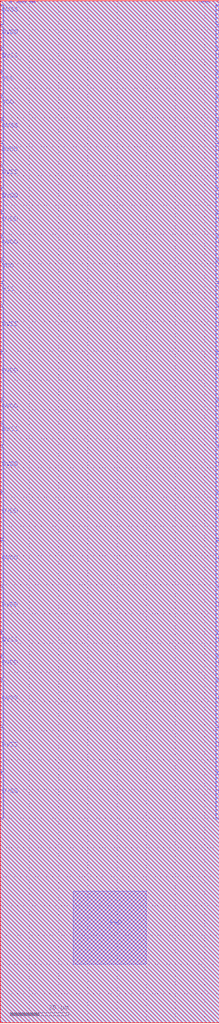
<source format=lef>
# Copyright 2022 GlobalFoundries PDK Authors
#
# Licensed under the Apache License, Version 2.0 (the "License");
# you may not use this file except in compliance with the License.
# You may obtain a copy of the License at
#
#     http://www.apache.org/licenses/LICENSE-2.0
#
# Unless required by applicable law or agreed to in writing, software
# distributed under the License is distributed on an "AS IS" BASIS,
# WITHOUT WARRANTIES OR CONDITIONS OF ANY KIND, either express or implied.
# See the License for the specific language governing permissions and
# limitations under the License.

MACRO gf180mcu_ef_io__bi_t
  CLASS PAD INOUT ;
  ORIGIN 0 0 ;
  FOREIGN gf180mcu_ef_io__bi_t 0 0 ;
  SIZE 75 BY 350 ;
  SYMMETRY X Y R90 ;
  SITE GF_IO_Site ;
    PIN PAD
        DIRECTION INOUT ;
        USE SIGNAL ;
        PORT
        LAYER Metal3  ;
        RECT 25.000 20.000 50.000 45.000 ;
        END
    END PAD
  PIN A
    DIRECTION INPUT ;
    USE SIGNAL ;
    ANTENNADIFFAREA 1 LAYER Metal2 ;
      ANTENNAGATEAREA 4.2 LAYER Metal2 ;
    PORT
        CLASS CORE ;
      LAYER Metal2 ;
        RECT 69.4 349.62 69.78 350 ;
    END
  END A
  PIN ANA
    DIRECTION INOUT ;
    USE SIGNAL ;
    PORT
        CLASS CORE ;
      LAYER Metal2 ;
        RECT 8.480 349.62 8.860 350 ;
    END
  END ANA
  PIN CS
    DIRECTION INPUT ;
    USE SIGNAL ;
    ANTENNADIFFAREA 1 LAYER Metal2 ;
      ANTENNAGATEAREA 3.15 LAYER Metal2 ;
    PORT
        CLASS CORE ;
      LAYER Metal2 ;
        RECT 3.36 349.62 3.74 350 ;
    END
  END CS
  PIN IE
    DIRECTION INPUT ;
    USE SIGNAL ;
    ANTENNADIFFAREA 1 LAYER Metal2 ;
      ANTENNAGATEAREA 3.15 LAYER Metal2 ;
    PORT
        CLASS CORE ;
      LAYER Metal2 ;
        RECT 11.385 349.62 11.765 350 ;
    END
  END IE
  PIN OE
    DIRECTION INPUT ;
    USE SIGNAL ;
    ANTENNADIFFAREA 7.776 LAYER Metal2 ;
      ANTENNAGATEAREA 16.8 LAYER Metal2 ;
    PORT
        CLASS CORE ;
      LAYER Metal2 ;
        RECT 70.13 349.62 70.51 350 ;
    END
  END OE
  PIN PD
    DIRECTION INPUT ;
    USE SIGNAL ;
    ANTENNADIFFAREA 1 LAYER Metal2 ;
      ANTENNAGATEAREA 10.5 LAYER Metal2 ;
    PORT
        CLASS CORE ;
      LAYER Metal2 ;
        RECT 10.33 349.62 10.71 350 ;
    END
  END PD
  PIN PDRV0
    DIRECTION INPUT ;
    USE SIGNAL ;
    ANTENNADIFFAREA 2.592 LAYER Metal2 ;
      ANTENNAGATEAREA 4.2 LAYER Metal2 ;
    PORT
        CLASS CORE ;
      LAYER Metal2 ;
        RECT 7.11 349.62 7.49 350 ;
    END
  END PDRV0
  PIN PDRV1
    DIRECTION INPUT ;
    USE SIGNAL ;
    ANTENNADIFFAREA 2.592 LAYER Metal2 ;
      ANTENNAGATEAREA 4.2 LAYER Metal2 ;
    PORT
        CLASS CORE ;
      LAYER Metal2 ;
        RECT 7.82 349.62 8.2 350 ;
    END
  END PDRV1
  PIN PU
    DIRECTION INPUT ;
    USE SIGNAL ;
    ANTENNADIFFAREA 2.98 LAYER Metal2 ;
      ANTENNAGATEAREA 7.35 LAYER Metal2 ;
    PORT
        CLASS CORE ;
      LAYER Metal2 ;
        RECT 5.965 349.62 6.345 350 ;
    END
  END PU
  PIN SL
    DIRECTION INPUT ;
    USE SIGNAL ;
    ANTENNADIFFAREA 1 LAYER Metal2 ;
      ANTENNAGATEAREA 3.15 LAYER Metal2 ;
    PORT
        CLASS CORE ;
      LAYER Metal2 ;
        RECT 68.67 349.62 69.05 350 ;
    END
  END SL
  PIN Y
    DIRECTION OUTPUT ;
    USE SIGNAL ;
    ANTENNADIFFAREA 7.8 LAYER Metal2 ;
    PORT
        CLASS CORE ;
      LAYER Metal2 ;
        RECT 70.86 349.62 71.24 350 ;
    END
  END Y
  PIN DVDD
    DIRECTION INOUT ;
    USE POWER ;
    PORT
      LAYER Metal3 ;
        RECT 74 118 75 125 ;
    END
    PORT
      LAYER Metal3 ;
        RECT 74 182 75 197 ;
    END
    PORT
      LAYER Metal3 ;
        RECT 74 166 75 181 ;
    END
    PORT
      LAYER Metal3 ;
        RECT 74 150 75 165 ;
    END
    PORT
      LAYER Metal3 ;
        RECT 74 134 75 149 ;
    END
    PORT
      LAYER Metal3 ;
        RECT 74 214 75 229 ;
    END
    PORT
      LAYER Metal3 ;
        RECT 74 206 75 213 ;
    END
    PORT
      LAYER Metal3 ;
        RECT 74 278 75 285 ;
    END
    PORT
      LAYER Metal3 ;
        RECT 74 270 75 277 ;
    END
    PORT
      LAYER Metal3 ;
        RECT 74 262 75 269 ;
    END
    PORT
      LAYER Metal3 ;
        RECT 74 294 75 301 ;
    END
    PORT
      LAYER Metal3 ;
        RECT 74 334 75 341 ;
    END
    PORT
      LAYER Metal3 ;
        RECT 0 334 1 341 ;
    END
    PORT
      LAYER Metal3 ;
        RECT 0 294 1 301 ;
    END
    PORT
      LAYER Metal3 ;
        RECT 0 262 1 269 ;
    END
    PORT
      LAYER Metal3 ;
        RECT 0 270 1 277 ;
    END
    PORT
      LAYER Metal3 ;
        RECT 0 278 1 285 ;
    END
    PORT
      LAYER Metal3 ;
        RECT 0 206 1 213 ;
    END
    PORT
      LAYER Metal3 ;
        RECT 0 214 1 229 ;
    END
    PORT
      LAYER Metal3 ;
        RECT 0 134 1 149 ;
    END
    PORT
      LAYER Metal3 ;
        RECT 0 150 1 165 ;
    END
    PORT
      LAYER Metal3 ;
        RECT 0 166 1 181 ;
    END
    PORT
      LAYER Metal3 ;
        RECT 0 182 1 197 ;
    END
    PORT
      LAYER Metal3 ;
        RECT 0 118 1 125 ;
    END
  END DVDD
  PIN DVSS
    DIRECTION INOUT ;
    USE GROUND ;
    PORT
      LAYER Metal3 ;
        RECT 74 102 75 117 ;
    END
    PORT
      LAYER Metal3 ;
        RECT 74 86 75 101 ;
    END
    PORT
      LAYER Metal3 ;
        RECT 74 70 75 85 ;
    END
    PORT
      LAYER Metal3 ;
        RECT 74 126 75 133 ;
    END
    PORT
      LAYER Metal3 ;
        RECT 74 198 75 205 ;
    END
    PORT
      LAYER Metal3 ;
        RECT 74 230 75 245 ;
    END
    PORT
      LAYER Metal3 ;
        RECT 74 286 75 293 ;
    END
    PORT
      LAYER Metal3 ;
        RECT 74 302 75 309 ;
    END
    PORT
      LAYER Metal3 ;
        RECT 74 326 75 333 ;
    END
    PORT
      LAYER Metal3 ;
        RECT 74 342 75 348.39 ;
    END
    PORT
      LAYER Metal3 ;
        RECT 0 342 1 348.39 ;
    END
    PORT
      LAYER Metal3 ;
        RECT 0 326 1 333 ;
    END
    PORT
      LAYER Metal3 ;
        RECT 0 302 1 309 ;
    END
    PORT
      LAYER Metal3 ;
        RECT 0 286 1 293 ;
    END
    PORT
      LAYER Metal3 ;
        RECT 0 230 1 245 ;
    END
    PORT
      LAYER Metal3 ;
        RECT 0 198 1 205 ;
    END
    PORT
      LAYER Metal3 ;
        RECT 0 126 1 133 ;
    END
    PORT
      LAYER Metal3 ;
        RECT 0 70 1 85 ;
    END
    PORT
      LAYER Metal3 ;
        RECT 0 86 1 101 ;
    END
    PORT
      LAYER Metal3 ;
        RECT 0 102 1 117 ;
    END
  END DVSS
  PIN VDD
    DIRECTION INOUT ;
    USE POWER ;
    PORT
      LAYER Metal3 ;
        RECT 74 254 75 261 ;
    END
    PORT
      LAYER Metal3 ;
        RECT 74 310 75 317 ;
    END
    PORT
      LAYER Metal3 ;
        RECT 0 310 1 317 ;
    END
    PORT
      LAYER Metal3 ;
        RECT 0 254 1 261 ;
    END
  END VDD
  PIN VSS
    DIRECTION INOUT ;
    USE GROUND ;
    PORT
      LAYER Metal3 ;
        RECT 74 246 75 253 ;
    END
    PORT
      LAYER Metal3 ;
        RECT 74 318 75 325 ;
    END
    PORT
      LAYER Metal3 ;
        RECT 0 318 1 325 ;
    END
    PORT
      LAYER Metal3 ;
        RECT 0 246 1 253 ;
    END
  END VSS
  OBS
    LAYER Metal1 ;
      RECT 0 0 75 350 ;
    LAYER Metal2 ;
      POLYGON 75 350 71.52 350 71.52 349.34 68.39 349.34 68.39 350 12.045 350 12.045 349.34 11.105 349.34 11.105 350 10.99 350 10.99 349.34 10.05 349.34 10.05 350 8.48 350 8.48 349.34 6.83 349.34 6.83 350 6.625 350 6.625 349.34 5.685 349.34 5.685 350 4.02 350 4.02 349.34 3.08 349.34 3.08 350 0 350 0 0 75 0 ;
    LAYER Metal3 ;
      POLYGON 75 69.72 73.72 69.72 73.72 85.28 75 85.28 75 85.72 73.72 85.72 73.72 101.28 75 101.28 75 101.72 73.72 101.72 73.72 117.28 75 117.28 75 117.72 73.72 117.72 73.72 125.28 75 125.28 75 125.72 73.72 125.72 73.72 133.28 75 133.28 75 133.72 73.72 133.72 73.72 149.28 75 149.28 75 149.72 73.72 149.72 73.72 165.28 75 165.28 75 165.72 73.72 165.72 73.72 181.28 75 181.28 75 181.72 73.72 181.72 73.72 197.28 75 197.28 75 197.72 73.72 197.72 73.72 205.28 75 205.28 75 205.72 73.72 205.72 73.72 213.28 75 213.28 75 213.72 73.72 213.72 73.72 229.28 75 229.28 75 229.72 73.72 229.72 73.72 245.28 75 245.28 75 245.72 73.72 245.72 73.72 253.28 75 253.28 75 253.72 73.72 253.72 73.72 261.28 75 261.28 75 261.72 73.72 261.72 73.72 269.28 75 269.28 75 269.72 73.72 269.72 73.72 277.28 75 277.28 75 277.72 73.72 277.72 73.72 285.28 75 285.28 75 285.72 73.72 285.72 73.72 293.28 75 293.28 75 293.72 73.72 293.72 73.72 301.28 75 301.28 75 301.72 73.72 301.72 73.72 309.28 75 309.28 75 309.72 73.72 309.72 73.72 317.28 75 317.28 75 317.72 73.72 317.72 73.72 325.28 75 325.28 75 325.72 73.72 325.72 73.72 333.28 75 333.28 75 333.72 73.72 333.72 73.72 341.28 75 341.28 75 341.72 73.72 341.72 73.72 348.67 75 348.67 75 350 0 350 0 348.67 1.28 348.67 1.28 341.72 0 341.72 0 341.28 1.28 341.28 1.28 333.72 0 333.72 0 333.28 1.28 333.28 1.28 325.72 0 325.72 0 325.28 1.28 325.28 1.28 317.72 0 317.72 0 317.28 1.28 317.28 1.28 309.72 0 309.72 0 309.28 1.28 309.28 1.28 301.72 0 301.72 0 301.28 1.28 301.28 1.28 293.72 0 293.72 0 293.28 1.28 293.28 1.28 285.72 0 285.72 0 285.28 1.28 285.28 1.28 277.72 0 277.72 0 277.28 1.28 277.28 1.28 269.72 0 269.72 0 269.28 1.28 269.28 1.28 261.72 0 261.72 0 261.28 1.28 261.28 1.28 253.72 0 253.72 0 253.28 1.28 253.28 1.28 245.72 0 245.72 0 245.28 1.28 245.28 1.28 229.72 0 229.72 0 229.28 1.28 229.28 1.28 213.72 0 213.72 0 213.28 1.28 213.28 1.28 205.72 0 205.72 0 205.28 1.28 205.28 1.28 197.72 0 197.72 0 197.28 1.28 197.28 1.28 181.72 0 181.72 0 181.28 1.28 181.28 1.28 165.72 0 165.72 0 165.28 1.28 165.28 1.28 149.72 0 149.72 0 149.28 1.28 149.28 1.28 133.72 0 133.72 0 133.28 1.28 133.28 1.28 125.72 0 125.72 0 125.28 1.28 125.28 1.28 117.72 0 117.72 0 117.28 1.28 117.28 1.28 101.72 0 101.72 0 101.28 1.28 101.28 1.28 85.72 0 85.72 0 85.28 1.28 85.28 1.28 69.72 0 69.72 0 0 75 0 ;
    LAYER Via1 ;
      RECT 0 0 75 350 ;
    LAYER Via2 ;
      RECT 0 0 75 350 ;
  END

END gf180mcu_ef_io__bi_t

</source>
